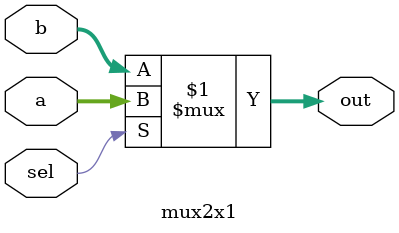
<source format=v>
/*

*/
module mux2x1 (

input [31:0] a,
input [31:0] b,
input sel,
output [31:0] out
);

assign out = (sel)?a:b;

endmodule

</source>
